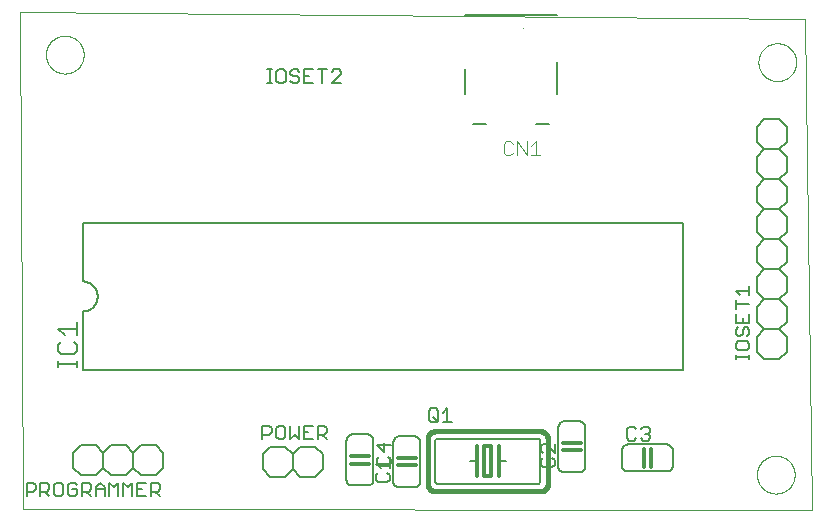
<source format=gto>
G75*
%MOIN*%
%OFA0B0*%
%FSLAX25Y25*%
%IPPOS*%
%LPD*%
%AMOC8*
5,1,8,0,0,1.08239X$1,22.5*
%
%ADD10C,0.00000*%
%ADD11C,0.00600*%
%ADD12C,0.01200*%
%ADD13C,0.00500*%
%ADD14C,0.00400*%
%ADD15C,0.00700*%
%ADD16C,0.01600*%
D10*
X0008584Y0005255D02*
X0007584Y0171031D01*
X0269321Y0168716D01*
X0271580Y0005125D01*
X0008584Y0005255D01*
X0016285Y0156755D02*
X0016287Y0156913D01*
X0016293Y0157071D01*
X0016303Y0157229D01*
X0016317Y0157387D01*
X0016335Y0157544D01*
X0016356Y0157701D01*
X0016382Y0157857D01*
X0016412Y0158013D01*
X0016445Y0158168D01*
X0016483Y0158321D01*
X0016524Y0158474D01*
X0016569Y0158626D01*
X0016618Y0158777D01*
X0016671Y0158926D01*
X0016727Y0159074D01*
X0016787Y0159220D01*
X0016851Y0159365D01*
X0016919Y0159508D01*
X0016990Y0159650D01*
X0017064Y0159790D01*
X0017142Y0159927D01*
X0017224Y0160063D01*
X0017308Y0160197D01*
X0017397Y0160328D01*
X0017488Y0160457D01*
X0017583Y0160584D01*
X0017680Y0160709D01*
X0017781Y0160831D01*
X0017885Y0160950D01*
X0017992Y0161067D01*
X0018102Y0161181D01*
X0018215Y0161292D01*
X0018330Y0161401D01*
X0018448Y0161506D01*
X0018569Y0161608D01*
X0018692Y0161708D01*
X0018818Y0161804D01*
X0018946Y0161897D01*
X0019076Y0161987D01*
X0019209Y0162073D01*
X0019344Y0162157D01*
X0019480Y0162236D01*
X0019619Y0162313D01*
X0019760Y0162385D01*
X0019902Y0162455D01*
X0020046Y0162520D01*
X0020192Y0162582D01*
X0020339Y0162640D01*
X0020488Y0162695D01*
X0020638Y0162746D01*
X0020789Y0162793D01*
X0020941Y0162836D01*
X0021094Y0162875D01*
X0021249Y0162911D01*
X0021404Y0162942D01*
X0021560Y0162970D01*
X0021716Y0162994D01*
X0021873Y0163014D01*
X0022031Y0163030D01*
X0022188Y0163042D01*
X0022347Y0163050D01*
X0022505Y0163054D01*
X0022663Y0163054D01*
X0022821Y0163050D01*
X0022980Y0163042D01*
X0023137Y0163030D01*
X0023295Y0163014D01*
X0023452Y0162994D01*
X0023608Y0162970D01*
X0023764Y0162942D01*
X0023919Y0162911D01*
X0024074Y0162875D01*
X0024227Y0162836D01*
X0024379Y0162793D01*
X0024530Y0162746D01*
X0024680Y0162695D01*
X0024829Y0162640D01*
X0024976Y0162582D01*
X0025122Y0162520D01*
X0025266Y0162455D01*
X0025408Y0162385D01*
X0025549Y0162313D01*
X0025688Y0162236D01*
X0025824Y0162157D01*
X0025959Y0162073D01*
X0026092Y0161987D01*
X0026222Y0161897D01*
X0026350Y0161804D01*
X0026476Y0161708D01*
X0026599Y0161608D01*
X0026720Y0161506D01*
X0026838Y0161401D01*
X0026953Y0161292D01*
X0027066Y0161181D01*
X0027176Y0161067D01*
X0027283Y0160950D01*
X0027387Y0160831D01*
X0027488Y0160709D01*
X0027585Y0160584D01*
X0027680Y0160457D01*
X0027771Y0160328D01*
X0027860Y0160197D01*
X0027944Y0160063D01*
X0028026Y0159927D01*
X0028104Y0159790D01*
X0028178Y0159650D01*
X0028249Y0159508D01*
X0028317Y0159365D01*
X0028381Y0159220D01*
X0028441Y0159074D01*
X0028497Y0158926D01*
X0028550Y0158777D01*
X0028599Y0158626D01*
X0028644Y0158474D01*
X0028685Y0158321D01*
X0028723Y0158168D01*
X0028756Y0158013D01*
X0028786Y0157857D01*
X0028812Y0157701D01*
X0028833Y0157544D01*
X0028851Y0157387D01*
X0028865Y0157229D01*
X0028875Y0157071D01*
X0028881Y0156913D01*
X0028883Y0156755D01*
X0028881Y0156597D01*
X0028875Y0156439D01*
X0028865Y0156281D01*
X0028851Y0156123D01*
X0028833Y0155966D01*
X0028812Y0155809D01*
X0028786Y0155653D01*
X0028756Y0155497D01*
X0028723Y0155342D01*
X0028685Y0155189D01*
X0028644Y0155036D01*
X0028599Y0154884D01*
X0028550Y0154733D01*
X0028497Y0154584D01*
X0028441Y0154436D01*
X0028381Y0154290D01*
X0028317Y0154145D01*
X0028249Y0154002D01*
X0028178Y0153860D01*
X0028104Y0153720D01*
X0028026Y0153583D01*
X0027944Y0153447D01*
X0027860Y0153313D01*
X0027771Y0153182D01*
X0027680Y0153053D01*
X0027585Y0152926D01*
X0027488Y0152801D01*
X0027387Y0152679D01*
X0027283Y0152560D01*
X0027176Y0152443D01*
X0027066Y0152329D01*
X0026953Y0152218D01*
X0026838Y0152109D01*
X0026720Y0152004D01*
X0026599Y0151902D01*
X0026476Y0151802D01*
X0026350Y0151706D01*
X0026222Y0151613D01*
X0026092Y0151523D01*
X0025959Y0151437D01*
X0025824Y0151353D01*
X0025688Y0151274D01*
X0025549Y0151197D01*
X0025408Y0151125D01*
X0025266Y0151055D01*
X0025122Y0150990D01*
X0024976Y0150928D01*
X0024829Y0150870D01*
X0024680Y0150815D01*
X0024530Y0150764D01*
X0024379Y0150717D01*
X0024227Y0150674D01*
X0024074Y0150635D01*
X0023919Y0150599D01*
X0023764Y0150568D01*
X0023608Y0150540D01*
X0023452Y0150516D01*
X0023295Y0150496D01*
X0023137Y0150480D01*
X0022980Y0150468D01*
X0022821Y0150460D01*
X0022663Y0150456D01*
X0022505Y0150456D01*
X0022347Y0150460D01*
X0022188Y0150468D01*
X0022031Y0150480D01*
X0021873Y0150496D01*
X0021716Y0150516D01*
X0021560Y0150540D01*
X0021404Y0150568D01*
X0021249Y0150599D01*
X0021094Y0150635D01*
X0020941Y0150674D01*
X0020789Y0150717D01*
X0020638Y0150764D01*
X0020488Y0150815D01*
X0020339Y0150870D01*
X0020192Y0150928D01*
X0020046Y0150990D01*
X0019902Y0151055D01*
X0019760Y0151125D01*
X0019619Y0151197D01*
X0019480Y0151274D01*
X0019344Y0151353D01*
X0019209Y0151437D01*
X0019076Y0151523D01*
X0018946Y0151613D01*
X0018818Y0151706D01*
X0018692Y0151802D01*
X0018569Y0151902D01*
X0018448Y0152004D01*
X0018330Y0152109D01*
X0018215Y0152218D01*
X0018102Y0152329D01*
X0017992Y0152443D01*
X0017885Y0152560D01*
X0017781Y0152679D01*
X0017680Y0152801D01*
X0017583Y0152926D01*
X0017488Y0153053D01*
X0017397Y0153182D01*
X0017308Y0153313D01*
X0017224Y0153447D01*
X0017142Y0153583D01*
X0017064Y0153720D01*
X0016990Y0153860D01*
X0016919Y0154002D01*
X0016851Y0154145D01*
X0016787Y0154290D01*
X0016727Y0154436D01*
X0016671Y0154584D01*
X0016618Y0154733D01*
X0016569Y0154884D01*
X0016524Y0155036D01*
X0016483Y0155189D01*
X0016445Y0155342D01*
X0016412Y0155497D01*
X0016382Y0155653D01*
X0016356Y0155809D01*
X0016335Y0155966D01*
X0016317Y0156123D01*
X0016303Y0156281D01*
X0016293Y0156439D01*
X0016287Y0156597D01*
X0016285Y0156755D01*
X0253285Y0016755D02*
X0253287Y0016913D01*
X0253293Y0017071D01*
X0253303Y0017229D01*
X0253317Y0017387D01*
X0253335Y0017544D01*
X0253356Y0017701D01*
X0253382Y0017857D01*
X0253412Y0018013D01*
X0253445Y0018168D01*
X0253483Y0018321D01*
X0253524Y0018474D01*
X0253569Y0018626D01*
X0253618Y0018777D01*
X0253671Y0018926D01*
X0253727Y0019074D01*
X0253787Y0019220D01*
X0253851Y0019365D01*
X0253919Y0019508D01*
X0253990Y0019650D01*
X0254064Y0019790D01*
X0254142Y0019927D01*
X0254224Y0020063D01*
X0254308Y0020197D01*
X0254397Y0020328D01*
X0254488Y0020457D01*
X0254583Y0020584D01*
X0254680Y0020709D01*
X0254781Y0020831D01*
X0254885Y0020950D01*
X0254992Y0021067D01*
X0255102Y0021181D01*
X0255215Y0021292D01*
X0255330Y0021401D01*
X0255448Y0021506D01*
X0255569Y0021608D01*
X0255692Y0021708D01*
X0255818Y0021804D01*
X0255946Y0021897D01*
X0256076Y0021987D01*
X0256209Y0022073D01*
X0256344Y0022157D01*
X0256480Y0022236D01*
X0256619Y0022313D01*
X0256760Y0022385D01*
X0256902Y0022455D01*
X0257046Y0022520D01*
X0257192Y0022582D01*
X0257339Y0022640D01*
X0257488Y0022695D01*
X0257638Y0022746D01*
X0257789Y0022793D01*
X0257941Y0022836D01*
X0258094Y0022875D01*
X0258249Y0022911D01*
X0258404Y0022942D01*
X0258560Y0022970D01*
X0258716Y0022994D01*
X0258873Y0023014D01*
X0259031Y0023030D01*
X0259188Y0023042D01*
X0259347Y0023050D01*
X0259505Y0023054D01*
X0259663Y0023054D01*
X0259821Y0023050D01*
X0259980Y0023042D01*
X0260137Y0023030D01*
X0260295Y0023014D01*
X0260452Y0022994D01*
X0260608Y0022970D01*
X0260764Y0022942D01*
X0260919Y0022911D01*
X0261074Y0022875D01*
X0261227Y0022836D01*
X0261379Y0022793D01*
X0261530Y0022746D01*
X0261680Y0022695D01*
X0261829Y0022640D01*
X0261976Y0022582D01*
X0262122Y0022520D01*
X0262266Y0022455D01*
X0262408Y0022385D01*
X0262549Y0022313D01*
X0262688Y0022236D01*
X0262824Y0022157D01*
X0262959Y0022073D01*
X0263092Y0021987D01*
X0263222Y0021897D01*
X0263350Y0021804D01*
X0263476Y0021708D01*
X0263599Y0021608D01*
X0263720Y0021506D01*
X0263838Y0021401D01*
X0263953Y0021292D01*
X0264066Y0021181D01*
X0264176Y0021067D01*
X0264283Y0020950D01*
X0264387Y0020831D01*
X0264488Y0020709D01*
X0264585Y0020584D01*
X0264680Y0020457D01*
X0264771Y0020328D01*
X0264860Y0020197D01*
X0264944Y0020063D01*
X0265026Y0019927D01*
X0265104Y0019790D01*
X0265178Y0019650D01*
X0265249Y0019508D01*
X0265317Y0019365D01*
X0265381Y0019220D01*
X0265441Y0019074D01*
X0265497Y0018926D01*
X0265550Y0018777D01*
X0265599Y0018626D01*
X0265644Y0018474D01*
X0265685Y0018321D01*
X0265723Y0018168D01*
X0265756Y0018013D01*
X0265786Y0017857D01*
X0265812Y0017701D01*
X0265833Y0017544D01*
X0265851Y0017387D01*
X0265865Y0017229D01*
X0265875Y0017071D01*
X0265881Y0016913D01*
X0265883Y0016755D01*
X0265881Y0016597D01*
X0265875Y0016439D01*
X0265865Y0016281D01*
X0265851Y0016123D01*
X0265833Y0015966D01*
X0265812Y0015809D01*
X0265786Y0015653D01*
X0265756Y0015497D01*
X0265723Y0015342D01*
X0265685Y0015189D01*
X0265644Y0015036D01*
X0265599Y0014884D01*
X0265550Y0014733D01*
X0265497Y0014584D01*
X0265441Y0014436D01*
X0265381Y0014290D01*
X0265317Y0014145D01*
X0265249Y0014002D01*
X0265178Y0013860D01*
X0265104Y0013720D01*
X0265026Y0013583D01*
X0264944Y0013447D01*
X0264860Y0013313D01*
X0264771Y0013182D01*
X0264680Y0013053D01*
X0264585Y0012926D01*
X0264488Y0012801D01*
X0264387Y0012679D01*
X0264283Y0012560D01*
X0264176Y0012443D01*
X0264066Y0012329D01*
X0263953Y0012218D01*
X0263838Y0012109D01*
X0263720Y0012004D01*
X0263599Y0011902D01*
X0263476Y0011802D01*
X0263350Y0011706D01*
X0263222Y0011613D01*
X0263092Y0011523D01*
X0262959Y0011437D01*
X0262824Y0011353D01*
X0262688Y0011274D01*
X0262549Y0011197D01*
X0262408Y0011125D01*
X0262266Y0011055D01*
X0262122Y0010990D01*
X0261976Y0010928D01*
X0261829Y0010870D01*
X0261680Y0010815D01*
X0261530Y0010764D01*
X0261379Y0010717D01*
X0261227Y0010674D01*
X0261074Y0010635D01*
X0260919Y0010599D01*
X0260764Y0010568D01*
X0260608Y0010540D01*
X0260452Y0010516D01*
X0260295Y0010496D01*
X0260137Y0010480D01*
X0259980Y0010468D01*
X0259821Y0010460D01*
X0259663Y0010456D01*
X0259505Y0010456D01*
X0259347Y0010460D01*
X0259188Y0010468D01*
X0259031Y0010480D01*
X0258873Y0010496D01*
X0258716Y0010516D01*
X0258560Y0010540D01*
X0258404Y0010568D01*
X0258249Y0010599D01*
X0258094Y0010635D01*
X0257941Y0010674D01*
X0257789Y0010717D01*
X0257638Y0010764D01*
X0257488Y0010815D01*
X0257339Y0010870D01*
X0257192Y0010928D01*
X0257046Y0010990D01*
X0256902Y0011055D01*
X0256760Y0011125D01*
X0256619Y0011197D01*
X0256480Y0011274D01*
X0256344Y0011353D01*
X0256209Y0011437D01*
X0256076Y0011523D01*
X0255946Y0011613D01*
X0255818Y0011706D01*
X0255692Y0011802D01*
X0255569Y0011902D01*
X0255448Y0012004D01*
X0255330Y0012109D01*
X0255215Y0012218D01*
X0255102Y0012329D01*
X0254992Y0012443D01*
X0254885Y0012560D01*
X0254781Y0012679D01*
X0254680Y0012801D01*
X0254583Y0012926D01*
X0254488Y0013053D01*
X0254397Y0013182D01*
X0254308Y0013313D01*
X0254224Y0013447D01*
X0254142Y0013583D01*
X0254064Y0013720D01*
X0253990Y0013860D01*
X0253919Y0014002D01*
X0253851Y0014145D01*
X0253787Y0014290D01*
X0253727Y0014436D01*
X0253671Y0014584D01*
X0253618Y0014733D01*
X0253569Y0014884D01*
X0253524Y0015036D01*
X0253483Y0015189D01*
X0253445Y0015342D01*
X0253412Y0015497D01*
X0253382Y0015653D01*
X0253356Y0015809D01*
X0253335Y0015966D01*
X0253317Y0016123D01*
X0253303Y0016281D01*
X0253293Y0016439D01*
X0253287Y0016597D01*
X0253285Y0016755D01*
X0253785Y0154255D02*
X0253787Y0154413D01*
X0253793Y0154571D01*
X0253803Y0154729D01*
X0253817Y0154887D01*
X0253835Y0155044D01*
X0253856Y0155201D01*
X0253882Y0155357D01*
X0253912Y0155513D01*
X0253945Y0155668D01*
X0253983Y0155821D01*
X0254024Y0155974D01*
X0254069Y0156126D01*
X0254118Y0156277D01*
X0254171Y0156426D01*
X0254227Y0156574D01*
X0254287Y0156720D01*
X0254351Y0156865D01*
X0254419Y0157008D01*
X0254490Y0157150D01*
X0254564Y0157290D01*
X0254642Y0157427D01*
X0254724Y0157563D01*
X0254808Y0157697D01*
X0254897Y0157828D01*
X0254988Y0157957D01*
X0255083Y0158084D01*
X0255180Y0158209D01*
X0255281Y0158331D01*
X0255385Y0158450D01*
X0255492Y0158567D01*
X0255602Y0158681D01*
X0255715Y0158792D01*
X0255830Y0158901D01*
X0255948Y0159006D01*
X0256069Y0159108D01*
X0256192Y0159208D01*
X0256318Y0159304D01*
X0256446Y0159397D01*
X0256576Y0159487D01*
X0256709Y0159573D01*
X0256844Y0159657D01*
X0256980Y0159736D01*
X0257119Y0159813D01*
X0257260Y0159885D01*
X0257402Y0159955D01*
X0257546Y0160020D01*
X0257692Y0160082D01*
X0257839Y0160140D01*
X0257988Y0160195D01*
X0258138Y0160246D01*
X0258289Y0160293D01*
X0258441Y0160336D01*
X0258594Y0160375D01*
X0258749Y0160411D01*
X0258904Y0160442D01*
X0259060Y0160470D01*
X0259216Y0160494D01*
X0259373Y0160514D01*
X0259531Y0160530D01*
X0259688Y0160542D01*
X0259847Y0160550D01*
X0260005Y0160554D01*
X0260163Y0160554D01*
X0260321Y0160550D01*
X0260480Y0160542D01*
X0260637Y0160530D01*
X0260795Y0160514D01*
X0260952Y0160494D01*
X0261108Y0160470D01*
X0261264Y0160442D01*
X0261419Y0160411D01*
X0261574Y0160375D01*
X0261727Y0160336D01*
X0261879Y0160293D01*
X0262030Y0160246D01*
X0262180Y0160195D01*
X0262329Y0160140D01*
X0262476Y0160082D01*
X0262622Y0160020D01*
X0262766Y0159955D01*
X0262908Y0159885D01*
X0263049Y0159813D01*
X0263188Y0159736D01*
X0263324Y0159657D01*
X0263459Y0159573D01*
X0263592Y0159487D01*
X0263722Y0159397D01*
X0263850Y0159304D01*
X0263976Y0159208D01*
X0264099Y0159108D01*
X0264220Y0159006D01*
X0264338Y0158901D01*
X0264453Y0158792D01*
X0264566Y0158681D01*
X0264676Y0158567D01*
X0264783Y0158450D01*
X0264887Y0158331D01*
X0264988Y0158209D01*
X0265085Y0158084D01*
X0265180Y0157957D01*
X0265271Y0157828D01*
X0265360Y0157697D01*
X0265444Y0157563D01*
X0265526Y0157427D01*
X0265604Y0157290D01*
X0265678Y0157150D01*
X0265749Y0157008D01*
X0265817Y0156865D01*
X0265881Y0156720D01*
X0265941Y0156574D01*
X0265997Y0156426D01*
X0266050Y0156277D01*
X0266099Y0156126D01*
X0266144Y0155974D01*
X0266185Y0155821D01*
X0266223Y0155668D01*
X0266256Y0155513D01*
X0266286Y0155357D01*
X0266312Y0155201D01*
X0266333Y0155044D01*
X0266351Y0154887D01*
X0266365Y0154729D01*
X0266375Y0154571D01*
X0266381Y0154413D01*
X0266383Y0154255D01*
X0266381Y0154097D01*
X0266375Y0153939D01*
X0266365Y0153781D01*
X0266351Y0153623D01*
X0266333Y0153466D01*
X0266312Y0153309D01*
X0266286Y0153153D01*
X0266256Y0152997D01*
X0266223Y0152842D01*
X0266185Y0152689D01*
X0266144Y0152536D01*
X0266099Y0152384D01*
X0266050Y0152233D01*
X0265997Y0152084D01*
X0265941Y0151936D01*
X0265881Y0151790D01*
X0265817Y0151645D01*
X0265749Y0151502D01*
X0265678Y0151360D01*
X0265604Y0151220D01*
X0265526Y0151083D01*
X0265444Y0150947D01*
X0265360Y0150813D01*
X0265271Y0150682D01*
X0265180Y0150553D01*
X0265085Y0150426D01*
X0264988Y0150301D01*
X0264887Y0150179D01*
X0264783Y0150060D01*
X0264676Y0149943D01*
X0264566Y0149829D01*
X0264453Y0149718D01*
X0264338Y0149609D01*
X0264220Y0149504D01*
X0264099Y0149402D01*
X0263976Y0149302D01*
X0263850Y0149206D01*
X0263722Y0149113D01*
X0263592Y0149023D01*
X0263459Y0148937D01*
X0263324Y0148853D01*
X0263188Y0148774D01*
X0263049Y0148697D01*
X0262908Y0148625D01*
X0262766Y0148555D01*
X0262622Y0148490D01*
X0262476Y0148428D01*
X0262329Y0148370D01*
X0262180Y0148315D01*
X0262030Y0148264D01*
X0261879Y0148217D01*
X0261727Y0148174D01*
X0261574Y0148135D01*
X0261419Y0148099D01*
X0261264Y0148068D01*
X0261108Y0148040D01*
X0260952Y0148016D01*
X0260795Y0147996D01*
X0260637Y0147980D01*
X0260480Y0147968D01*
X0260321Y0147960D01*
X0260163Y0147956D01*
X0260005Y0147956D01*
X0259847Y0147960D01*
X0259688Y0147968D01*
X0259531Y0147980D01*
X0259373Y0147996D01*
X0259216Y0148016D01*
X0259060Y0148040D01*
X0258904Y0148068D01*
X0258749Y0148099D01*
X0258594Y0148135D01*
X0258441Y0148174D01*
X0258289Y0148217D01*
X0258138Y0148264D01*
X0257988Y0148315D01*
X0257839Y0148370D01*
X0257692Y0148428D01*
X0257546Y0148490D01*
X0257402Y0148555D01*
X0257260Y0148625D01*
X0257119Y0148697D01*
X0256980Y0148774D01*
X0256844Y0148853D01*
X0256709Y0148937D01*
X0256576Y0149023D01*
X0256446Y0149113D01*
X0256318Y0149206D01*
X0256192Y0149302D01*
X0256069Y0149402D01*
X0255948Y0149504D01*
X0255830Y0149609D01*
X0255715Y0149718D01*
X0255602Y0149829D01*
X0255492Y0149943D01*
X0255385Y0150060D01*
X0255281Y0150179D01*
X0255180Y0150301D01*
X0255083Y0150426D01*
X0254988Y0150553D01*
X0254897Y0150682D01*
X0254808Y0150813D01*
X0254724Y0150947D01*
X0254642Y0151083D01*
X0254564Y0151220D01*
X0254490Y0151360D01*
X0254419Y0151502D01*
X0254351Y0151645D01*
X0254287Y0151790D01*
X0254227Y0151936D01*
X0254171Y0152084D01*
X0254118Y0152233D01*
X0254069Y0152384D01*
X0254024Y0152536D01*
X0253983Y0152689D01*
X0253945Y0152842D01*
X0253912Y0152997D01*
X0253882Y0153153D01*
X0253856Y0153309D01*
X0253835Y0153466D01*
X0253817Y0153623D01*
X0253803Y0153781D01*
X0253793Y0153939D01*
X0253787Y0154097D01*
X0253785Y0154255D01*
D11*
X0255750Y0135196D02*
X0260750Y0135196D01*
X0263250Y0132696D01*
X0263250Y0127696D01*
X0260750Y0125196D01*
X0263250Y0122696D01*
X0263250Y0117696D01*
X0260750Y0115196D01*
X0263250Y0112696D01*
X0263250Y0107696D01*
X0260750Y0105196D01*
X0263250Y0102696D01*
X0263250Y0097696D01*
X0260750Y0095196D01*
X0263250Y0092696D01*
X0263250Y0087696D01*
X0260750Y0085196D01*
X0263250Y0082696D01*
X0263250Y0077696D01*
X0260750Y0075196D01*
X0263250Y0072696D01*
X0263250Y0067696D01*
X0260750Y0065196D01*
X0263250Y0062696D01*
X0263250Y0057696D01*
X0260750Y0055196D01*
X0255750Y0055196D01*
X0253250Y0057696D01*
X0253250Y0062696D01*
X0255750Y0065196D01*
X0253250Y0067696D01*
X0253250Y0072696D01*
X0255750Y0075196D01*
X0260750Y0075196D01*
X0255750Y0075196D02*
X0253250Y0077696D01*
X0253250Y0082696D01*
X0255750Y0085196D01*
X0253250Y0087696D01*
X0253250Y0092696D01*
X0255750Y0095196D01*
X0253250Y0097696D01*
X0253250Y0102696D01*
X0255750Y0105196D01*
X0260750Y0105196D01*
X0255750Y0105196D02*
X0253250Y0107696D01*
X0253250Y0112696D01*
X0255750Y0115196D01*
X0253250Y0117696D01*
X0253250Y0122696D01*
X0255750Y0125196D01*
X0253250Y0127696D01*
X0253250Y0132696D01*
X0255750Y0135196D01*
X0255750Y0125196D02*
X0260750Y0125196D01*
X0260750Y0115196D02*
X0255750Y0115196D01*
X0255750Y0095196D02*
X0260750Y0095196D01*
X0260750Y0085196D02*
X0255750Y0085196D01*
X0255750Y0065196D02*
X0260750Y0065196D01*
X0228545Y0051680D02*
X0028545Y0051680D01*
X0028545Y0071180D01*
X0028685Y0071182D01*
X0028825Y0071188D01*
X0028965Y0071198D01*
X0029105Y0071211D01*
X0029244Y0071229D01*
X0029383Y0071251D01*
X0029520Y0071276D01*
X0029658Y0071305D01*
X0029794Y0071338D01*
X0029929Y0071375D01*
X0030063Y0071416D01*
X0030196Y0071461D01*
X0030328Y0071509D01*
X0030458Y0071561D01*
X0030587Y0071616D01*
X0030714Y0071675D01*
X0030840Y0071738D01*
X0030964Y0071804D01*
X0031085Y0071873D01*
X0031205Y0071946D01*
X0031323Y0072023D01*
X0031438Y0072102D01*
X0031552Y0072185D01*
X0031662Y0072271D01*
X0031771Y0072360D01*
X0031877Y0072452D01*
X0031980Y0072547D01*
X0032081Y0072644D01*
X0032178Y0072745D01*
X0032273Y0072848D01*
X0032365Y0072954D01*
X0032454Y0073063D01*
X0032540Y0073173D01*
X0032623Y0073287D01*
X0032702Y0073402D01*
X0032779Y0073520D01*
X0032852Y0073640D01*
X0032921Y0073761D01*
X0032987Y0073885D01*
X0033050Y0074011D01*
X0033109Y0074138D01*
X0033164Y0074267D01*
X0033216Y0074397D01*
X0033264Y0074529D01*
X0033309Y0074662D01*
X0033350Y0074796D01*
X0033387Y0074931D01*
X0033420Y0075067D01*
X0033449Y0075205D01*
X0033474Y0075342D01*
X0033496Y0075481D01*
X0033514Y0075620D01*
X0033527Y0075760D01*
X0033537Y0075900D01*
X0033543Y0076040D01*
X0033545Y0076180D01*
X0033543Y0076320D01*
X0033537Y0076460D01*
X0033527Y0076600D01*
X0033514Y0076740D01*
X0033496Y0076879D01*
X0033474Y0077018D01*
X0033449Y0077155D01*
X0033420Y0077293D01*
X0033387Y0077429D01*
X0033350Y0077564D01*
X0033309Y0077698D01*
X0033264Y0077831D01*
X0033216Y0077963D01*
X0033164Y0078093D01*
X0033109Y0078222D01*
X0033050Y0078349D01*
X0032987Y0078475D01*
X0032921Y0078599D01*
X0032852Y0078720D01*
X0032779Y0078840D01*
X0032702Y0078958D01*
X0032623Y0079073D01*
X0032540Y0079187D01*
X0032454Y0079297D01*
X0032365Y0079406D01*
X0032273Y0079512D01*
X0032178Y0079615D01*
X0032081Y0079716D01*
X0031980Y0079813D01*
X0031877Y0079908D01*
X0031771Y0080000D01*
X0031662Y0080089D01*
X0031552Y0080175D01*
X0031438Y0080258D01*
X0031323Y0080337D01*
X0031205Y0080414D01*
X0031085Y0080487D01*
X0030964Y0080556D01*
X0030840Y0080622D01*
X0030714Y0080685D01*
X0030587Y0080744D01*
X0030458Y0080799D01*
X0030328Y0080851D01*
X0030196Y0080899D01*
X0030063Y0080944D01*
X0029929Y0080985D01*
X0029794Y0081022D01*
X0029658Y0081055D01*
X0029520Y0081084D01*
X0029383Y0081109D01*
X0029244Y0081131D01*
X0029105Y0081149D01*
X0028965Y0081162D01*
X0028825Y0081172D01*
X0028685Y0081178D01*
X0028545Y0081180D01*
X0028545Y0100680D01*
X0228545Y0100680D01*
X0228545Y0051680D01*
X0196084Y0032570D02*
X0196084Y0019570D01*
X0196082Y0019483D01*
X0196076Y0019396D01*
X0196067Y0019309D01*
X0196054Y0019223D01*
X0196037Y0019137D01*
X0196016Y0019052D01*
X0195991Y0018969D01*
X0195963Y0018886D01*
X0195932Y0018805D01*
X0195897Y0018725D01*
X0195858Y0018647D01*
X0195816Y0018570D01*
X0195771Y0018495D01*
X0195722Y0018423D01*
X0195671Y0018352D01*
X0195616Y0018284D01*
X0195559Y0018219D01*
X0195498Y0018156D01*
X0195435Y0018095D01*
X0195370Y0018038D01*
X0195302Y0017983D01*
X0195231Y0017932D01*
X0195159Y0017883D01*
X0195084Y0017838D01*
X0195007Y0017796D01*
X0194929Y0017757D01*
X0194849Y0017722D01*
X0194768Y0017691D01*
X0194685Y0017663D01*
X0194602Y0017638D01*
X0194517Y0017617D01*
X0194431Y0017600D01*
X0194345Y0017587D01*
X0194258Y0017578D01*
X0194171Y0017572D01*
X0194084Y0017570D01*
X0189084Y0017570D01*
X0188997Y0017572D01*
X0188910Y0017578D01*
X0188823Y0017587D01*
X0188737Y0017600D01*
X0188651Y0017617D01*
X0188566Y0017638D01*
X0188483Y0017663D01*
X0188400Y0017691D01*
X0188319Y0017722D01*
X0188239Y0017757D01*
X0188161Y0017796D01*
X0188084Y0017838D01*
X0188009Y0017883D01*
X0187937Y0017932D01*
X0187866Y0017983D01*
X0187798Y0018038D01*
X0187733Y0018095D01*
X0187670Y0018156D01*
X0187609Y0018219D01*
X0187552Y0018284D01*
X0187497Y0018352D01*
X0187446Y0018423D01*
X0187397Y0018495D01*
X0187352Y0018570D01*
X0187310Y0018647D01*
X0187271Y0018725D01*
X0187236Y0018805D01*
X0187205Y0018886D01*
X0187177Y0018969D01*
X0187152Y0019052D01*
X0187131Y0019137D01*
X0187114Y0019223D01*
X0187101Y0019309D01*
X0187092Y0019396D01*
X0187086Y0019483D01*
X0187084Y0019570D01*
X0187084Y0032570D01*
X0187086Y0032657D01*
X0187092Y0032744D01*
X0187101Y0032831D01*
X0187114Y0032917D01*
X0187131Y0033003D01*
X0187152Y0033088D01*
X0187177Y0033171D01*
X0187205Y0033254D01*
X0187236Y0033335D01*
X0187271Y0033415D01*
X0187310Y0033493D01*
X0187352Y0033570D01*
X0187397Y0033645D01*
X0187446Y0033717D01*
X0187497Y0033788D01*
X0187552Y0033856D01*
X0187609Y0033921D01*
X0187670Y0033984D01*
X0187733Y0034045D01*
X0187798Y0034102D01*
X0187866Y0034157D01*
X0187937Y0034208D01*
X0188009Y0034257D01*
X0188084Y0034302D01*
X0188161Y0034344D01*
X0188239Y0034383D01*
X0188319Y0034418D01*
X0188400Y0034449D01*
X0188483Y0034477D01*
X0188566Y0034502D01*
X0188651Y0034523D01*
X0188737Y0034540D01*
X0188823Y0034553D01*
X0188910Y0034562D01*
X0188997Y0034568D01*
X0189084Y0034570D01*
X0194084Y0034570D01*
X0194171Y0034568D01*
X0194258Y0034562D01*
X0194345Y0034553D01*
X0194431Y0034540D01*
X0194517Y0034523D01*
X0194602Y0034502D01*
X0194685Y0034477D01*
X0194768Y0034449D01*
X0194849Y0034418D01*
X0194929Y0034383D01*
X0195007Y0034344D01*
X0195084Y0034302D01*
X0195159Y0034257D01*
X0195231Y0034208D01*
X0195302Y0034157D01*
X0195370Y0034102D01*
X0195435Y0034045D01*
X0195498Y0033984D01*
X0195559Y0033921D01*
X0195616Y0033856D01*
X0195671Y0033788D01*
X0195722Y0033717D01*
X0195771Y0033645D01*
X0195816Y0033570D01*
X0195858Y0033493D01*
X0195897Y0033415D01*
X0195932Y0033335D01*
X0195963Y0033254D01*
X0195991Y0033171D01*
X0196016Y0033088D01*
X0196037Y0033003D01*
X0196054Y0032917D01*
X0196067Y0032831D01*
X0196076Y0032744D01*
X0196082Y0032657D01*
X0196084Y0032570D01*
X0208269Y0024830D02*
X0208269Y0019830D01*
X0208271Y0019743D01*
X0208277Y0019656D01*
X0208286Y0019569D01*
X0208299Y0019483D01*
X0208316Y0019397D01*
X0208337Y0019312D01*
X0208362Y0019229D01*
X0208390Y0019146D01*
X0208421Y0019065D01*
X0208456Y0018985D01*
X0208495Y0018907D01*
X0208537Y0018830D01*
X0208582Y0018755D01*
X0208631Y0018683D01*
X0208682Y0018612D01*
X0208737Y0018544D01*
X0208794Y0018479D01*
X0208855Y0018416D01*
X0208918Y0018355D01*
X0208983Y0018298D01*
X0209051Y0018243D01*
X0209122Y0018192D01*
X0209194Y0018143D01*
X0209269Y0018098D01*
X0209346Y0018056D01*
X0209424Y0018017D01*
X0209504Y0017982D01*
X0209585Y0017951D01*
X0209668Y0017923D01*
X0209751Y0017898D01*
X0209836Y0017877D01*
X0209922Y0017860D01*
X0210008Y0017847D01*
X0210095Y0017838D01*
X0210182Y0017832D01*
X0210269Y0017830D01*
X0223269Y0017830D01*
X0223356Y0017832D01*
X0223443Y0017838D01*
X0223530Y0017847D01*
X0223616Y0017860D01*
X0223702Y0017877D01*
X0223787Y0017898D01*
X0223870Y0017923D01*
X0223953Y0017951D01*
X0224034Y0017982D01*
X0224114Y0018017D01*
X0224192Y0018056D01*
X0224269Y0018098D01*
X0224344Y0018143D01*
X0224416Y0018192D01*
X0224487Y0018243D01*
X0224555Y0018298D01*
X0224620Y0018355D01*
X0224683Y0018416D01*
X0224744Y0018479D01*
X0224801Y0018544D01*
X0224856Y0018612D01*
X0224907Y0018683D01*
X0224956Y0018755D01*
X0225001Y0018830D01*
X0225043Y0018907D01*
X0225082Y0018985D01*
X0225117Y0019065D01*
X0225148Y0019146D01*
X0225176Y0019229D01*
X0225201Y0019312D01*
X0225222Y0019397D01*
X0225239Y0019483D01*
X0225252Y0019569D01*
X0225261Y0019656D01*
X0225267Y0019743D01*
X0225269Y0019830D01*
X0225269Y0024830D01*
X0225267Y0024917D01*
X0225261Y0025004D01*
X0225252Y0025091D01*
X0225239Y0025177D01*
X0225222Y0025263D01*
X0225201Y0025348D01*
X0225176Y0025431D01*
X0225148Y0025514D01*
X0225117Y0025595D01*
X0225082Y0025675D01*
X0225043Y0025753D01*
X0225001Y0025830D01*
X0224956Y0025905D01*
X0224907Y0025977D01*
X0224856Y0026048D01*
X0224801Y0026116D01*
X0224744Y0026181D01*
X0224683Y0026244D01*
X0224620Y0026305D01*
X0224555Y0026362D01*
X0224487Y0026417D01*
X0224416Y0026468D01*
X0224344Y0026517D01*
X0224269Y0026562D01*
X0224192Y0026604D01*
X0224114Y0026643D01*
X0224034Y0026678D01*
X0223953Y0026709D01*
X0223870Y0026737D01*
X0223787Y0026762D01*
X0223702Y0026783D01*
X0223616Y0026800D01*
X0223530Y0026813D01*
X0223443Y0026822D01*
X0223356Y0026828D01*
X0223269Y0026830D01*
X0210269Y0026830D01*
X0210182Y0026828D01*
X0210095Y0026822D01*
X0210008Y0026813D01*
X0209922Y0026800D01*
X0209836Y0026783D01*
X0209751Y0026762D01*
X0209668Y0026737D01*
X0209585Y0026709D01*
X0209504Y0026678D01*
X0209424Y0026643D01*
X0209346Y0026604D01*
X0209269Y0026562D01*
X0209194Y0026517D01*
X0209122Y0026468D01*
X0209051Y0026417D01*
X0208983Y0026362D01*
X0208918Y0026305D01*
X0208855Y0026244D01*
X0208794Y0026181D01*
X0208737Y0026116D01*
X0208682Y0026048D01*
X0208631Y0025977D01*
X0208582Y0025905D01*
X0208537Y0025830D01*
X0208495Y0025753D01*
X0208456Y0025675D01*
X0208421Y0025595D01*
X0208390Y0025514D01*
X0208362Y0025431D01*
X0208337Y0025348D01*
X0208316Y0025263D01*
X0208299Y0025177D01*
X0208286Y0025091D01*
X0208277Y0025004D01*
X0208271Y0024917D01*
X0208269Y0024830D01*
X0181084Y0028200D02*
X0181084Y0014200D01*
X0180584Y0013700D01*
X0146584Y0013700D01*
X0146084Y0014200D01*
X0146084Y0028200D01*
X0146584Y0028700D01*
X0180584Y0028700D01*
X0181084Y0028200D01*
X0169584Y0021200D02*
X0167284Y0021200D01*
X0159884Y0021200D02*
X0157584Y0021200D01*
X0141084Y0027570D02*
X0141084Y0014570D01*
X0141082Y0014483D01*
X0141076Y0014396D01*
X0141067Y0014309D01*
X0141054Y0014223D01*
X0141037Y0014137D01*
X0141016Y0014052D01*
X0140991Y0013969D01*
X0140963Y0013886D01*
X0140932Y0013805D01*
X0140897Y0013725D01*
X0140858Y0013647D01*
X0140816Y0013570D01*
X0140771Y0013495D01*
X0140722Y0013423D01*
X0140671Y0013352D01*
X0140616Y0013284D01*
X0140559Y0013219D01*
X0140498Y0013156D01*
X0140435Y0013095D01*
X0140370Y0013038D01*
X0140302Y0012983D01*
X0140231Y0012932D01*
X0140159Y0012883D01*
X0140084Y0012838D01*
X0140007Y0012796D01*
X0139929Y0012757D01*
X0139849Y0012722D01*
X0139768Y0012691D01*
X0139685Y0012663D01*
X0139602Y0012638D01*
X0139517Y0012617D01*
X0139431Y0012600D01*
X0139345Y0012587D01*
X0139258Y0012578D01*
X0139171Y0012572D01*
X0139084Y0012570D01*
X0134084Y0012570D01*
X0133997Y0012572D01*
X0133910Y0012578D01*
X0133823Y0012587D01*
X0133737Y0012600D01*
X0133651Y0012617D01*
X0133566Y0012638D01*
X0133483Y0012663D01*
X0133400Y0012691D01*
X0133319Y0012722D01*
X0133239Y0012757D01*
X0133161Y0012796D01*
X0133084Y0012838D01*
X0133009Y0012883D01*
X0132937Y0012932D01*
X0132866Y0012983D01*
X0132798Y0013038D01*
X0132733Y0013095D01*
X0132670Y0013156D01*
X0132609Y0013219D01*
X0132552Y0013284D01*
X0132497Y0013352D01*
X0132446Y0013423D01*
X0132397Y0013495D01*
X0132352Y0013570D01*
X0132310Y0013647D01*
X0132271Y0013725D01*
X0132236Y0013805D01*
X0132205Y0013886D01*
X0132177Y0013969D01*
X0132152Y0014052D01*
X0132131Y0014137D01*
X0132114Y0014223D01*
X0132101Y0014309D01*
X0132092Y0014396D01*
X0132086Y0014483D01*
X0132084Y0014570D01*
X0132084Y0027570D01*
X0132086Y0027657D01*
X0132092Y0027744D01*
X0132101Y0027831D01*
X0132114Y0027917D01*
X0132131Y0028003D01*
X0132152Y0028088D01*
X0132177Y0028171D01*
X0132205Y0028254D01*
X0132236Y0028335D01*
X0132271Y0028415D01*
X0132310Y0028493D01*
X0132352Y0028570D01*
X0132397Y0028645D01*
X0132446Y0028717D01*
X0132497Y0028788D01*
X0132552Y0028856D01*
X0132609Y0028921D01*
X0132670Y0028984D01*
X0132733Y0029045D01*
X0132798Y0029102D01*
X0132866Y0029157D01*
X0132937Y0029208D01*
X0133009Y0029257D01*
X0133084Y0029302D01*
X0133161Y0029344D01*
X0133239Y0029383D01*
X0133319Y0029418D01*
X0133400Y0029449D01*
X0133483Y0029477D01*
X0133566Y0029502D01*
X0133651Y0029523D01*
X0133737Y0029540D01*
X0133823Y0029553D01*
X0133910Y0029562D01*
X0133997Y0029568D01*
X0134084Y0029570D01*
X0139084Y0029570D01*
X0139171Y0029568D01*
X0139258Y0029562D01*
X0139345Y0029553D01*
X0139431Y0029540D01*
X0139517Y0029523D01*
X0139602Y0029502D01*
X0139685Y0029477D01*
X0139768Y0029449D01*
X0139849Y0029418D01*
X0139929Y0029383D01*
X0140007Y0029344D01*
X0140084Y0029302D01*
X0140159Y0029257D01*
X0140231Y0029208D01*
X0140302Y0029157D01*
X0140370Y0029102D01*
X0140435Y0029045D01*
X0140498Y0028984D01*
X0140559Y0028921D01*
X0140616Y0028856D01*
X0140671Y0028788D01*
X0140722Y0028717D01*
X0140771Y0028645D01*
X0140816Y0028570D01*
X0140858Y0028493D01*
X0140897Y0028415D01*
X0140932Y0028335D01*
X0140963Y0028254D01*
X0140991Y0028171D01*
X0141016Y0028088D01*
X0141037Y0028003D01*
X0141054Y0027917D01*
X0141067Y0027831D01*
X0141076Y0027744D01*
X0141082Y0027657D01*
X0141084Y0027570D01*
X0125474Y0028200D02*
X0125474Y0015200D01*
X0125472Y0015113D01*
X0125466Y0015026D01*
X0125457Y0014939D01*
X0125444Y0014853D01*
X0125427Y0014767D01*
X0125406Y0014682D01*
X0125381Y0014599D01*
X0125353Y0014516D01*
X0125322Y0014435D01*
X0125287Y0014355D01*
X0125248Y0014277D01*
X0125206Y0014200D01*
X0125161Y0014125D01*
X0125112Y0014053D01*
X0125061Y0013982D01*
X0125006Y0013914D01*
X0124949Y0013849D01*
X0124888Y0013786D01*
X0124825Y0013725D01*
X0124760Y0013668D01*
X0124692Y0013613D01*
X0124621Y0013562D01*
X0124549Y0013513D01*
X0124474Y0013468D01*
X0124397Y0013426D01*
X0124319Y0013387D01*
X0124239Y0013352D01*
X0124158Y0013321D01*
X0124075Y0013293D01*
X0123992Y0013268D01*
X0123907Y0013247D01*
X0123821Y0013230D01*
X0123735Y0013217D01*
X0123648Y0013208D01*
X0123561Y0013202D01*
X0123474Y0013200D01*
X0118474Y0013200D01*
X0118387Y0013202D01*
X0118300Y0013208D01*
X0118213Y0013217D01*
X0118127Y0013230D01*
X0118041Y0013247D01*
X0117956Y0013268D01*
X0117873Y0013293D01*
X0117790Y0013321D01*
X0117709Y0013352D01*
X0117629Y0013387D01*
X0117551Y0013426D01*
X0117474Y0013468D01*
X0117399Y0013513D01*
X0117327Y0013562D01*
X0117256Y0013613D01*
X0117188Y0013668D01*
X0117123Y0013725D01*
X0117060Y0013786D01*
X0116999Y0013849D01*
X0116942Y0013914D01*
X0116887Y0013982D01*
X0116836Y0014053D01*
X0116787Y0014125D01*
X0116742Y0014200D01*
X0116700Y0014277D01*
X0116661Y0014355D01*
X0116626Y0014435D01*
X0116595Y0014516D01*
X0116567Y0014599D01*
X0116542Y0014682D01*
X0116521Y0014767D01*
X0116504Y0014853D01*
X0116491Y0014939D01*
X0116482Y0015026D01*
X0116476Y0015113D01*
X0116474Y0015200D01*
X0116474Y0028200D01*
X0116476Y0028287D01*
X0116482Y0028374D01*
X0116491Y0028461D01*
X0116504Y0028547D01*
X0116521Y0028633D01*
X0116542Y0028718D01*
X0116567Y0028801D01*
X0116595Y0028884D01*
X0116626Y0028965D01*
X0116661Y0029045D01*
X0116700Y0029123D01*
X0116742Y0029200D01*
X0116787Y0029275D01*
X0116836Y0029347D01*
X0116887Y0029418D01*
X0116942Y0029486D01*
X0116999Y0029551D01*
X0117060Y0029614D01*
X0117123Y0029675D01*
X0117188Y0029732D01*
X0117256Y0029787D01*
X0117327Y0029838D01*
X0117399Y0029887D01*
X0117474Y0029932D01*
X0117551Y0029974D01*
X0117629Y0030013D01*
X0117709Y0030048D01*
X0117790Y0030079D01*
X0117873Y0030107D01*
X0117956Y0030132D01*
X0118041Y0030153D01*
X0118127Y0030170D01*
X0118213Y0030183D01*
X0118300Y0030192D01*
X0118387Y0030198D01*
X0118474Y0030200D01*
X0123474Y0030200D01*
X0123561Y0030198D01*
X0123648Y0030192D01*
X0123735Y0030183D01*
X0123821Y0030170D01*
X0123907Y0030153D01*
X0123992Y0030132D01*
X0124075Y0030107D01*
X0124158Y0030079D01*
X0124239Y0030048D01*
X0124319Y0030013D01*
X0124397Y0029974D01*
X0124474Y0029932D01*
X0124549Y0029887D01*
X0124621Y0029838D01*
X0124692Y0029787D01*
X0124760Y0029732D01*
X0124825Y0029675D01*
X0124888Y0029614D01*
X0124949Y0029551D01*
X0125006Y0029486D01*
X0125061Y0029418D01*
X0125112Y0029347D01*
X0125161Y0029275D01*
X0125206Y0029200D01*
X0125248Y0029123D01*
X0125287Y0029045D01*
X0125322Y0028965D01*
X0125353Y0028884D01*
X0125381Y0028801D01*
X0125406Y0028718D01*
X0125427Y0028633D01*
X0125444Y0028547D01*
X0125457Y0028461D01*
X0125466Y0028374D01*
X0125472Y0028287D01*
X0125474Y0028200D01*
X0108529Y0023625D02*
X0108529Y0018625D01*
X0106029Y0016125D01*
X0101029Y0016125D01*
X0098529Y0018625D01*
X0096029Y0016125D01*
X0091029Y0016125D01*
X0088529Y0018625D01*
X0088529Y0023625D01*
X0091029Y0026125D01*
X0096029Y0026125D01*
X0098529Y0023625D01*
X0101029Y0026125D01*
X0106029Y0026125D01*
X0108529Y0023625D01*
X0098529Y0023625D02*
X0098529Y0018625D01*
X0055324Y0019050D02*
X0052824Y0016550D01*
X0047824Y0016550D01*
X0045324Y0019050D01*
X0042824Y0016550D01*
X0037824Y0016550D01*
X0035324Y0019050D01*
X0032824Y0016550D01*
X0027824Y0016550D01*
X0025324Y0019050D01*
X0025324Y0024050D01*
X0027824Y0026550D01*
X0032824Y0026550D01*
X0035324Y0024050D01*
X0037824Y0026550D01*
X0042824Y0026550D01*
X0045324Y0024050D01*
X0047824Y0026550D01*
X0052824Y0026550D01*
X0055324Y0024050D01*
X0055324Y0019050D01*
X0045324Y0019050D02*
X0045324Y0024050D01*
X0035324Y0024050D02*
X0035324Y0019050D01*
D12*
X0117974Y0020400D02*
X0123974Y0020400D01*
X0123974Y0022900D02*
X0117974Y0022900D01*
X0133584Y0022370D02*
X0139584Y0022370D01*
X0139584Y0019870D02*
X0133584Y0019870D01*
X0159884Y0021200D02*
X0159884Y0016200D01*
X0162284Y0016200D02*
X0164784Y0016200D01*
X0164784Y0026200D01*
X0162284Y0026200D01*
X0162284Y0016200D01*
X0167284Y0016200D02*
X0167284Y0021200D01*
X0167284Y0026200D01*
X0159884Y0026200D02*
X0159884Y0021200D01*
X0188584Y0024870D02*
X0194584Y0024870D01*
X0194584Y0027370D02*
X0188584Y0027370D01*
X0215569Y0025330D02*
X0215569Y0019330D01*
X0218069Y0019330D02*
X0218069Y0025330D01*
D13*
X0216875Y0028080D02*
X0215374Y0028080D01*
X0214623Y0028831D01*
X0213022Y0028831D02*
X0212271Y0028080D01*
X0210770Y0028080D01*
X0210019Y0028831D01*
X0210019Y0031833D01*
X0210770Y0032584D01*
X0212271Y0032584D01*
X0213022Y0031833D01*
X0214623Y0031833D02*
X0215374Y0032584D01*
X0216875Y0032584D01*
X0217626Y0031833D01*
X0217626Y0031082D01*
X0216875Y0030332D01*
X0217626Y0029581D01*
X0217626Y0028831D01*
X0216875Y0028080D01*
X0216875Y0030332D02*
X0216125Y0030332D01*
X0185834Y0026927D02*
X0185834Y0023924D01*
X0182832Y0026927D01*
X0182081Y0026927D01*
X0181330Y0026176D01*
X0181330Y0024675D01*
X0182081Y0023924D01*
X0182081Y0022323D02*
X0181330Y0021572D01*
X0181330Y0020071D01*
X0182081Y0019320D01*
X0185084Y0019320D01*
X0185834Y0020071D01*
X0185834Y0021572D01*
X0185084Y0022323D01*
X0151541Y0034350D02*
X0148538Y0034350D01*
X0150040Y0034350D02*
X0150040Y0038854D01*
X0148538Y0037353D01*
X0146937Y0038103D02*
X0146937Y0035101D01*
X0146186Y0034350D01*
X0144685Y0034350D01*
X0143934Y0035101D01*
X0143934Y0038103D01*
X0144685Y0038854D01*
X0146186Y0038854D01*
X0146937Y0038103D01*
X0145436Y0035851D02*
X0146937Y0034350D01*
X0131224Y0026598D02*
X0126720Y0026598D01*
X0128972Y0024346D01*
X0128972Y0027349D01*
X0127471Y0022745D02*
X0126720Y0021994D01*
X0126720Y0020493D01*
X0127471Y0019742D01*
X0130473Y0019742D01*
X0131224Y0020493D01*
X0131224Y0021994D01*
X0130473Y0022745D01*
X0130834Y0021927D02*
X0130834Y0018924D01*
X0130834Y0020425D02*
X0126330Y0020425D01*
X0127832Y0018924D01*
X0127081Y0017323D02*
X0126330Y0016572D01*
X0126330Y0015071D01*
X0127081Y0014320D01*
X0130084Y0014320D01*
X0130834Y0015071D01*
X0130834Y0016572D01*
X0130084Y0017323D01*
X0109897Y0028575D02*
X0108396Y0030076D01*
X0109147Y0030076D02*
X0106895Y0030076D01*
X0106895Y0028575D02*
X0106895Y0033079D01*
X0109147Y0033079D01*
X0109897Y0032328D01*
X0109897Y0030827D01*
X0109147Y0030076D01*
X0105294Y0028575D02*
X0102291Y0028575D01*
X0102291Y0033079D01*
X0105294Y0033079D01*
X0103792Y0030827D02*
X0102291Y0030827D01*
X0100690Y0028575D02*
X0100690Y0033079D01*
X0097687Y0033079D02*
X0097687Y0028575D01*
X0099188Y0030076D01*
X0100690Y0028575D01*
X0096086Y0029326D02*
X0096086Y0032328D01*
X0095335Y0033079D01*
X0093834Y0033079D01*
X0093083Y0032328D01*
X0093083Y0029326D01*
X0093834Y0028575D01*
X0095335Y0028575D01*
X0096086Y0029326D01*
X0091482Y0030827D02*
X0091482Y0032328D01*
X0090731Y0033079D01*
X0088479Y0033079D01*
X0088479Y0028575D01*
X0088479Y0030076D02*
X0090731Y0030076D01*
X0091482Y0030827D01*
X0054273Y0013354D02*
X0054273Y0011852D01*
X0053522Y0011102D01*
X0051270Y0011102D01*
X0051270Y0009600D02*
X0051270Y0014104D01*
X0053522Y0014104D01*
X0054273Y0013354D01*
X0052772Y0011102D02*
X0054273Y0009600D01*
X0049669Y0009600D02*
X0046667Y0009600D01*
X0046667Y0014104D01*
X0049669Y0014104D01*
X0048168Y0011852D02*
X0046667Y0011852D01*
X0045065Y0014104D02*
X0045065Y0009600D01*
X0042063Y0009600D02*
X0042063Y0014104D01*
X0043564Y0012603D01*
X0045065Y0014104D01*
X0040461Y0014104D02*
X0040461Y0009600D01*
X0037459Y0009600D02*
X0037459Y0014104D01*
X0038960Y0012603D01*
X0040461Y0014104D01*
X0035857Y0012603D02*
X0035857Y0009600D01*
X0035857Y0011852D02*
X0032855Y0011852D01*
X0032855Y0012603D02*
X0034356Y0014104D01*
X0035857Y0012603D01*
X0032855Y0012603D02*
X0032855Y0009600D01*
X0031253Y0009600D02*
X0029752Y0011102D01*
X0030503Y0011102D02*
X0028251Y0011102D01*
X0028251Y0009600D02*
X0028251Y0014104D01*
X0030503Y0014104D01*
X0031253Y0013354D01*
X0031253Y0011852D01*
X0030503Y0011102D01*
X0026649Y0011852D02*
X0025148Y0011852D01*
X0026649Y0011852D02*
X0026649Y0010351D01*
X0025899Y0009600D01*
X0024398Y0009600D01*
X0023647Y0010351D01*
X0023647Y0013354D01*
X0024398Y0014104D01*
X0025899Y0014104D01*
X0026649Y0013354D01*
X0022046Y0013354D02*
X0022046Y0010351D01*
X0021295Y0009600D01*
X0019794Y0009600D01*
X0019043Y0010351D01*
X0019043Y0013354D01*
X0019794Y0014104D01*
X0021295Y0014104D01*
X0022046Y0013354D01*
X0017442Y0013354D02*
X0017442Y0011852D01*
X0016691Y0011102D01*
X0014439Y0011102D01*
X0015940Y0011102D02*
X0017442Y0009600D01*
X0014439Y0009600D02*
X0014439Y0014104D01*
X0016691Y0014104D01*
X0017442Y0013354D01*
X0012838Y0013354D02*
X0012838Y0011852D01*
X0012087Y0011102D01*
X0009835Y0011102D01*
X0009835Y0009600D02*
X0009835Y0014104D01*
X0012087Y0014104D01*
X0012838Y0013354D01*
X0158781Y0133771D02*
X0163112Y0133771D01*
X0156025Y0143613D02*
X0156025Y0151881D01*
X0156025Y0169991D02*
X0186734Y0169991D01*
X0186734Y0154243D02*
X0186734Y0143613D01*
X0183978Y0133771D02*
X0179647Y0133771D01*
X0114567Y0147351D02*
X0111564Y0147351D01*
X0114567Y0150353D01*
X0114567Y0151104D01*
X0113816Y0151855D01*
X0112315Y0151855D01*
X0111564Y0151104D01*
X0109963Y0151855D02*
X0106960Y0151855D01*
X0108462Y0151855D02*
X0108462Y0147351D01*
X0105359Y0147351D02*
X0102356Y0147351D01*
X0102356Y0151855D01*
X0105359Y0151855D01*
X0103858Y0149603D02*
X0102356Y0149603D01*
X0100755Y0148852D02*
X0100755Y0148101D01*
X0100004Y0147351D01*
X0098503Y0147351D01*
X0097752Y0148101D01*
X0096151Y0148101D02*
X0096151Y0151104D01*
X0095400Y0151855D01*
X0093899Y0151855D01*
X0093148Y0151104D01*
X0093148Y0148101D01*
X0093899Y0147351D01*
X0095400Y0147351D01*
X0096151Y0148101D01*
X0097752Y0150353D02*
X0098503Y0149603D01*
X0100004Y0149603D01*
X0100755Y0148852D01*
X0100755Y0151104D02*
X0100004Y0151855D01*
X0098503Y0151855D01*
X0097752Y0151104D01*
X0097752Y0150353D01*
X0091580Y0151855D02*
X0090079Y0151855D01*
X0090830Y0151855D02*
X0090830Y0147351D01*
X0091580Y0147351D02*
X0090079Y0147351D01*
X0246296Y0078132D02*
X0250800Y0078132D01*
X0250800Y0076631D02*
X0250800Y0079634D01*
X0247797Y0076631D02*
X0246296Y0078132D01*
X0246296Y0075030D02*
X0246296Y0072027D01*
X0246296Y0073528D02*
X0250800Y0073528D01*
X0250800Y0070426D02*
X0250800Y0067423D01*
X0246296Y0067423D01*
X0246296Y0070426D01*
X0248548Y0068924D02*
X0248548Y0067423D01*
X0249298Y0065822D02*
X0250049Y0065822D01*
X0250800Y0065071D01*
X0250800Y0063570D01*
X0250049Y0062819D01*
X0250049Y0061218D02*
X0247046Y0061218D01*
X0246296Y0060467D01*
X0246296Y0058966D01*
X0247046Y0058215D01*
X0250049Y0058215D01*
X0250800Y0058966D01*
X0250800Y0060467D01*
X0250049Y0061218D01*
X0247797Y0062819D02*
X0247046Y0062819D01*
X0246296Y0063570D01*
X0246296Y0065071D01*
X0247046Y0065822D01*
X0248548Y0065071D02*
X0248548Y0063570D01*
X0247797Y0062819D01*
X0248548Y0065071D02*
X0249298Y0065822D01*
X0250800Y0056647D02*
X0250800Y0055146D01*
X0250800Y0055897D02*
X0246296Y0055897D01*
X0246296Y0056647D02*
X0246296Y0055146D01*
D14*
X0181108Y0123262D02*
X0178039Y0123262D01*
X0179573Y0123262D02*
X0179573Y0127866D01*
X0178039Y0126331D01*
X0176504Y0127866D02*
X0176504Y0123262D01*
X0173435Y0127866D01*
X0173435Y0123262D01*
X0171900Y0124030D02*
X0171133Y0123262D01*
X0169598Y0123262D01*
X0168831Y0124030D01*
X0168831Y0127099D01*
X0169598Y0127866D01*
X0171133Y0127866D01*
X0171900Y0127099D01*
X0175467Y0165685D02*
X0175467Y0165685D01*
D15*
X0026695Y0067476D02*
X0026695Y0063273D01*
X0026695Y0065375D02*
X0020390Y0065375D01*
X0022491Y0063273D01*
X0021440Y0061031D02*
X0020390Y0059980D01*
X0020390Y0057878D01*
X0021440Y0056827D01*
X0025644Y0056827D01*
X0026695Y0057878D01*
X0026695Y0059980D01*
X0025644Y0061031D01*
X0026695Y0054632D02*
X0026695Y0052530D01*
X0026695Y0053581D02*
X0020390Y0053581D01*
X0020390Y0052530D02*
X0020390Y0054632D01*
D16*
X0143584Y0028700D02*
X0143584Y0013700D01*
X0143586Y0013602D01*
X0143592Y0013504D01*
X0143601Y0013406D01*
X0143615Y0013309D01*
X0143632Y0013212D01*
X0143653Y0013116D01*
X0143678Y0013021D01*
X0143706Y0012927D01*
X0143739Y0012835D01*
X0143774Y0012743D01*
X0143814Y0012653D01*
X0143856Y0012565D01*
X0143903Y0012478D01*
X0143952Y0012394D01*
X0144005Y0012311D01*
X0144061Y0012231D01*
X0144121Y0012152D01*
X0144183Y0012076D01*
X0144248Y0012003D01*
X0144316Y0011932D01*
X0144387Y0011864D01*
X0144460Y0011799D01*
X0144536Y0011737D01*
X0144615Y0011677D01*
X0144695Y0011621D01*
X0144778Y0011568D01*
X0144862Y0011519D01*
X0144949Y0011472D01*
X0145037Y0011430D01*
X0145127Y0011390D01*
X0145219Y0011355D01*
X0145311Y0011322D01*
X0145405Y0011294D01*
X0145500Y0011269D01*
X0145596Y0011248D01*
X0145693Y0011231D01*
X0145790Y0011217D01*
X0145888Y0011208D01*
X0145986Y0011202D01*
X0146084Y0011200D01*
X0181084Y0011200D01*
X0181182Y0011202D01*
X0181280Y0011208D01*
X0181378Y0011217D01*
X0181475Y0011231D01*
X0181572Y0011248D01*
X0181668Y0011269D01*
X0181763Y0011294D01*
X0181857Y0011322D01*
X0181949Y0011355D01*
X0182041Y0011390D01*
X0182131Y0011430D01*
X0182219Y0011472D01*
X0182306Y0011519D01*
X0182390Y0011568D01*
X0182473Y0011621D01*
X0182553Y0011677D01*
X0182632Y0011737D01*
X0182708Y0011799D01*
X0182781Y0011864D01*
X0182852Y0011932D01*
X0182920Y0012003D01*
X0182985Y0012076D01*
X0183047Y0012152D01*
X0183107Y0012231D01*
X0183163Y0012311D01*
X0183216Y0012394D01*
X0183265Y0012478D01*
X0183312Y0012565D01*
X0183354Y0012653D01*
X0183394Y0012743D01*
X0183429Y0012835D01*
X0183462Y0012927D01*
X0183490Y0013021D01*
X0183515Y0013116D01*
X0183536Y0013212D01*
X0183553Y0013309D01*
X0183567Y0013406D01*
X0183576Y0013504D01*
X0183582Y0013602D01*
X0183584Y0013700D01*
X0183584Y0028700D01*
X0183582Y0028798D01*
X0183576Y0028896D01*
X0183567Y0028994D01*
X0183553Y0029091D01*
X0183536Y0029188D01*
X0183515Y0029284D01*
X0183490Y0029379D01*
X0183462Y0029473D01*
X0183429Y0029565D01*
X0183394Y0029657D01*
X0183354Y0029747D01*
X0183312Y0029835D01*
X0183265Y0029922D01*
X0183216Y0030006D01*
X0183163Y0030089D01*
X0183107Y0030169D01*
X0183047Y0030248D01*
X0182985Y0030324D01*
X0182920Y0030397D01*
X0182852Y0030468D01*
X0182781Y0030536D01*
X0182708Y0030601D01*
X0182632Y0030663D01*
X0182553Y0030723D01*
X0182473Y0030779D01*
X0182390Y0030832D01*
X0182306Y0030881D01*
X0182219Y0030928D01*
X0182131Y0030970D01*
X0182041Y0031010D01*
X0181949Y0031045D01*
X0181857Y0031078D01*
X0181763Y0031106D01*
X0181668Y0031131D01*
X0181572Y0031152D01*
X0181475Y0031169D01*
X0181378Y0031183D01*
X0181280Y0031192D01*
X0181182Y0031198D01*
X0181084Y0031200D01*
X0146084Y0031200D01*
X0145986Y0031198D01*
X0145888Y0031192D01*
X0145790Y0031183D01*
X0145693Y0031169D01*
X0145596Y0031152D01*
X0145500Y0031131D01*
X0145405Y0031106D01*
X0145311Y0031078D01*
X0145219Y0031045D01*
X0145127Y0031010D01*
X0145037Y0030970D01*
X0144949Y0030928D01*
X0144862Y0030881D01*
X0144778Y0030832D01*
X0144695Y0030779D01*
X0144615Y0030723D01*
X0144536Y0030663D01*
X0144460Y0030601D01*
X0144387Y0030536D01*
X0144316Y0030468D01*
X0144248Y0030397D01*
X0144183Y0030324D01*
X0144121Y0030248D01*
X0144061Y0030169D01*
X0144005Y0030089D01*
X0143952Y0030006D01*
X0143903Y0029922D01*
X0143856Y0029835D01*
X0143814Y0029747D01*
X0143774Y0029657D01*
X0143739Y0029565D01*
X0143706Y0029473D01*
X0143678Y0029379D01*
X0143653Y0029284D01*
X0143632Y0029188D01*
X0143615Y0029091D01*
X0143601Y0028994D01*
X0143592Y0028896D01*
X0143586Y0028798D01*
X0143584Y0028700D01*
M02*

</source>
